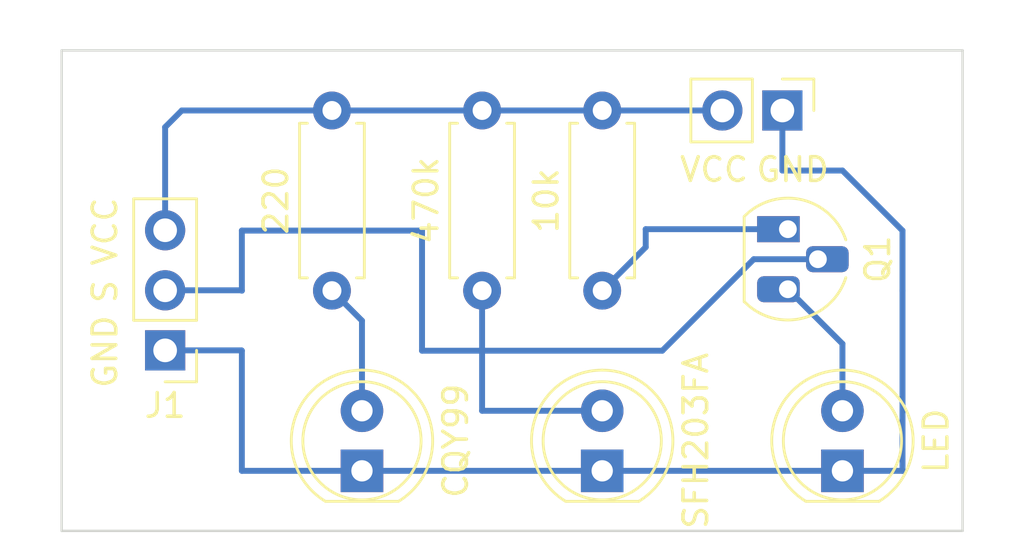
<source format=kicad_pcb>
(kicad_pcb (version 20211014) (generator pcbnew)
  (layers (0 "F.Cu" signal) (31 "B.Cu" signal) (34 "B.Paste" user) (35 "F.Paste" user) (36 "B.SilkS" user "B.Silkscreen") (37 "F.SilkS" user "F.Silkscreen") (38 "B.Mask" user) (39 "F.Mask" user) (44 "Edge.Cuts" user))
  (net 0 "")
  (net 1 "Net-(D1-Pad1)")
  (net 2 "Net-(D1-Pad2)")
  (net 3 "Net-(D2-Pad2)")
  (net 4 "Net-(J1-Pad3)")
  (net 5 "Net-(Q1-Pad1)")
  (net 6 "Net-(D3-Pad2)")
  (footprint "Resistor_THT:R_Axial_DIN0207_L6.3mm_D2.5mm_P7.62mm_Horizontal" (layer "F.Cu") (at 125.73 93.98 -90)
    (fp_text reference "R1" hide)
    (fp_text value "220" (at 3.81 2.37 -90) (layer "F.SilkS"))
    (fp_line (start 0.54 -1.37) (end 7.08 -1.37) (layer "F.SilkS") (width 0.12))
    (fp_line (start 0.54 -1.04) (end 0.54 -1.37) (layer "F.SilkS") (width 0.12))
    (fp_line (start 0.54 1.04) (end 0.54 1.37) (layer "F.SilkS") (width 0.12))
    (fp_line (start 0.54 1.37) (end 7.08 1.37) (layer "F.SilkS") (width 0.12))
    (fp_line (start 7.08 -1.37) (end 7.08 -1.04) (layer "F.SilkS") (width 0.12))
    (fp_line (start 7.08 1.37) (end 7.08 1.04) (layer "F.SilkS") (width 0.12))
    (pad "1" thru_hole circle (at 0 0 270) (size 1.6 1.6) (drill 0.8) (layers *.Cu *.Mask) (net 4 "Net-(J1-Pad3)"))
    (pad "2" thru_hole oval (at 7.62 0 270) (size 1.6 1.6) (drill 0.8) (layers *.Cu *.Mask) (net 2 "Net-(D1-Pad2)"))
  )
  (footprint "LED_THT:LED_D5.0mm_IRGrey" (layer "F.Cu") (at 127 109.22 90)
    (fp_text reference "D1" hide)
    (fp_text value "CQY99" (at 1.27 3.96 90) (layer "F.SilkS"))
    (fp_line (start -1.29 -1.545) (end -1.29 1.545) (layer "F.SilkS") (width 0.12))
    (fp_arc (start 4.26 -0.000462) (mid 2.072002 2.880433) (end -1.29 1.54483) (layer "F.SilkS") (width 0.12))
    (fp_arc (start -1.29 -1.54483) (mid 2.072002 -2.880433) (end 4.26 0.000462) (layer "F.SilkS") (width 0.12))
    (fp_circle (center 1.27 0) (end 3.77 0) (layer "F.SilkS") (width 0.12) (fill none))
    (pad "1" thru_hole rect (at 0 0 90) (size 1.8 1.8) (drill 0.9) (layers *.Cu *.Mask) (net 1 "Net-(D1-Pad1)"))
    (pad "2" thru_hole circle (at 2.54 0 90) (size 1.8 1.8) (drill 0.9) (layers *.Cu *.Mask) (net 2 "Net-(D1-Pad2)"))
  )
  (footprint "Connector_PinHeader_2.54mm:PinHeader_1x03_P2.54mm_Vertical" (layer "F.Cu") (at 118.675 104.125 180)
    (fp_text reference "J1" (at 0 -2.33 180) (layer "F.SilkS"))
    (fp_text value "Conn_01x03")
    (fp_line (start -1.33 0) (end -1.33 -1.33) (layer "F.SilkS") (width 0.12))
    (fp_line (start -1.33 6.41) (end 1.33 6.41) (layer "F.SilkS") (width 0.12))
    (fp_line (start 1.33 1.27) (end 1.33 6.41) (layer "F.SilkS") (width 0.12))
    (fp_line (start -1.33 1.27) (end -1.33 6.41) (layer "F.SilkS") (width 0.12))
    (fp_line (start -1.33 1.27) (end 1.33 1.27) (layer "F.SilkS") (width 0.12))
    (fp_line (start -1.33 -1.33) (end 0 -1.33) (layer "F.SilkS") (width 0.12))
    (pad "1" thru_hole rect (at 0 0 180) (size 1.7 1.7) (drill 1) (layers *.Cu *.Mask) (net 1 "Net-(D1-Pad1)"))
    (pad "2" thru_hole oval (at 0 2.54 180) (size 1.7 1.7) (drill 1) (layers *.Cu *.Mask) (net 3 "Net-(D2-Pad2)"))
    (pad "3" thru_hole oval (at 0 5.08 180) (size 1.7 1.7) (drill 1) (layers *.Cu *.Mask) (net 4 "Net-(J1-Pad3)"))
  )
  (footprint "Resistor_THT:R_Axial_DIN0207_L6.3mm_D2.5mm_P7.62mm_Horizontal" (layer "F.Cu") (at 132.08 93.98 -90)
    (fp_text reference "R2" hide)
    (fp_text value "470k" (at 3.81 2.37 -90) (layer "F.SilkS"))
    (fp_line (start 7.08 1.37) (end 7.08 1.04) (layer "F.SilkS") (width 0.12))
    (fp_line (start 7.08 -1.37) (end 7.08 -1.04) (layer "F.SilkS") (width 0.12))
    (fp_line (start 0.54 -1.37) (end 7.08 -1.37) (layer "F.SilkS") (width 0.12))
    (fp_line (start 0.54 1.37) (end 7.08 1.37) (layer "F.SilkS") (width 0.12))
    (fp_line (start 0.54 -1.04) (end 0.54 -1.37) (layer "F.SilkS") (width 0.12))
    (fp_line (start 0.54 1.04) (end 0.54 1.37) (layer "F.SilkS") (width 0.12))
    (pad "1" thru_hole circle (at 0 0 270) (size 1.6 1.6) (drill 0.8) (layers *.Cu *.Mask) (net 4 "Net-(J1-Pad3)"))
    (pad "2" thru_hole oval (at 7.62 0 270) (size 1.6 1.6) (drill 0.8) (layers *.Cu *.Mask) (net 3 "Net-(D2-Pad2)"))
  )
  (footprint "Connector_PinHeader_2.54mm:PinHeader_1x02_P2.54mm_Vertical" (layer "F.Cu") (at 144.78 93.98 -90)
    (fp_text reference "J2" hide)
    (fp_text value "Conn_01x02")
    (fp_line (start -1.33 1.27) (end -1.33 3.87) (layer "F.SilkS") (width 0.12))
    (fp_line (start -1.33 0) (end -1.33 -1.33) (layer "F.SilkS") (width 0.12))
    (fp_line (start 1.33 1.27) (end 1.33 3.87) (layer "F.SilkS") (width 0.12))
    (fp_line (start -1.33 -1.33) (end 0 -1.33) (layer "F.SilkS") (width 0.12))
    (fp_line (start -1.33 3.87) (end 1.33 3.87) (layer "F.SilkS") (width 0.12))
    (fp_line (start -1.33 1.27) (end 1.33 1.27) (layer "F.SilkS") (width 0.12))
    (pad "1" thru_hole rect (at 0 0 270) (size 1.7 1.7) (drill 1) (layers *.Cu *.Mask) (net 1 "Net-(D1-Pad1)"))
    (pad "2" thru_hole oval (at 0 2.54 270) (size 1.7 1.7) (drill 1) (layers *.Cu *.Mask) (net 4 "Net-(J1-Pad3)"))
  )
  (footprint "Package_TO_SOT_THT:TO-92L_HandSolder" (layer "F.Cu") (at 145.012528 99 -90)
    (fp_text reference "Q1" (at 1.27 -3.8 -90) (layer "F.SilkS"))
    (fp_text value "BC547")
    (fp_line (start -0.53 1.85) (end 3.07 1.85) (layer "F.SilkS") (width 0.12))
    (fp_arc (start -0.541453 1.842156) (mid -1.247298 -0.581475) (end 0.45 -2.45) (layer "F.SilkS") (width 0.12))
    (fp_arc (start 2.05 -2.45) (mid 3.769931 -0.601036) (end 3.078445 1.827684) (layer "F.SilkS") (width 0.12))
    (pad "1" thru_hole rect (at 0 0 270) (size 1.1 1.8) (drill 0.75 (offset 0 0.4)) (layers *.Cu *.Mask) (net 5 "Net-(Q1-Pad1)"))
    (pad "2" thru_hole roundrect (at 1.27 -1.27 270) (size 1.1 1.8) (drill 0.75 (offset 0 -0.4)) (layers *.Cu *.Mask) (net 3 "Net-(D2-Pad2)"))
    (pad "3" thru_hole roundrect (at 2.54 0 270) (size 1.1 1.8) (drill 0.75 (offset 0 0.4)) (layers *.Cu *.Mask) (net 6 "Net-(D3-Pad2)"))
  )
  (footprint "LED_THT:LED_D5.0mm_IRGrey" (layer "F.Cu") (at 137.16 109.22 90)
    (fp_text reference "D2" hide)
    (fp_text value "SFH203FA" (at 1.27 3.96 90) (layer "F.SilkS"))
    (fp_line (start -1.29 -1.545) (end -1.29 1.545) (layer "F.SilkS") (width 0.12))
    (fp_arc (start -1.29 -1.54483) (mid 2.072002 -2.880433) (end 4.26 0.000462) (layer "F.SilkS") (width 0.12))
    (fp_arc (start 4.26 -0.000462) (mid 2.072002 2.880433) (end -1.29 1.54483) (layer "F.SilkS") (width 0.12))
    (fp_circle (center 1.27 0) (end 3.77 0) (layer "F.SilkS") (width 0.12) (fill none))
    (pad "1" thru_hole rect (at 0 0 90) (size 1.8 1.8) (drill 0.9) (layers *.Cu *.Mask) (net 1 "Net-(D1-Pad1)"))
    (pad "2" thru_hole circle (at 2.54 0 90) (size 1.8 1.8) (drill 0.9) (layers *.Cu *.Mask) (net 3 "Net-(D2-Pad2)"))
  )
  (footprint "MountingHole:MountingHole_2.2mm_M2_DIN965" (layer "F.Cu") (at 149.86 93.98 180)
    (fp_text reference "H1" hide)
    (fp_text value "MountingHole")
    (pad "" np_thru_hole circle (at 0 0 180) (size 2.2 2.2) (drill 2.2) (layers *.Cu *.Mask))
  )
  (footprint "LED_THT:LED_D5.0mm" (layer "F.Cu") (at 147.32 109.22 90)
    (fp_text reference "D3" hide)
    (fp_text value "LED" (at 1.27 3.96 90) (layer "F.SilkS"))
    (fp_line (start -1.29 -1.545) (end -1.29 1.545) (layer "F.SilkS") (width 0.12))
    (fp_arc (start -1.29 -1.54483) (mid 2.072002 -2.880433) (end 4.26 0.000462) (layer "F.SilkS") (width 0.12))
    (fp_arc (start 4.26 -0.000462) (mid 2.072002 2.880433) (end -1.29 1.54483) (layer "F.SilkS") (width 0.12))
    (fp_circle (center 1.27 0) (end 3.77 0) (layer "F.SilkS") (width 0.12) (fill none))
    (pad "1" thru_hole rect (at 0 0 90) (size 1.8 1.8) (drill 0.9) (layers *.Cu *.Mask) (net 1 "Net-(D1-Pad1)"))
    (pad "2" thru_hole circle (at 2.54 0 90) (size 1.8 1.8) (drill 0.9) (layers *.Cu *.Mask) (net 6 "Net-(D3-Pad2)"))
  )
  (footprint "Resistor_THT:R_Axial_DIN0207_L6.3mm_D2.5mm_P7.62mm_Horizontal" (layer "F.Cu") (at 137.16 93.98 -90)
    (fp_text reference "R3" hide)
    (fp_text value "10k" (at 3.81 2.37 -90) (layer "F.SilkS"))
    (fp_line (start 0.54 1.37) (end 7.08 1.37) (layer "F.SilkS") (width 0.12))
    (fp_line (start 0.54 -1.37) (end 7.08 -1.37) (layer "F.SilkS") (width 0.12))
    (fp_line (start 0.54 -1.04) (end 0.54 -1.37) (layer "F.SilkS") (width 0.12))
    (fp_line (start 7.08 -1.37) (end 7.08 -1.04) (layer "F.SilkS") (width 0.12))
    (fp_line (start 7.08 1.37) (end 7.08 1.04) (layer "F.SilkS") (width 0.12))
    (fp_line (start 0.54 1.04) (end 0.54 1.37) (layer "F.SilkS") (width 0.12))
    (pad "1" thru_hole circle (at 0 0 270) (size 1.6 1.6) (drill 0.8) (layers *.Cu *.Mask) (net 4 "Net-(J1-Pad3)"))
    (pad "2" thru_hole oval (at 7.62 0 270) (size 1.6 1.6) (drill 0.8) (layers *.Cu *.Mask) (net 5 "Net-(Q1-Pad1)"))
  )
  (footprint "MountingHole:MountingHole_2.2mm_M2_DIN965" (layer "F.Cu") (at 116.84 109.22)
    (fp_text reference "H2" hide)
    (fp_text value "MountingHole")
    (pad "" np_thru_hole circle (at 0 0) (size 2.2 2.2) (drill 2.2) (layers *.Cu *.Mask))
  )
  (gr_line (start 152.4 111.76) (end 152.4 91.44) (layer "Edge.Cuts") (width 0.1))
  (gr_line (start 152.4 91.44) (end 114.3 91.44) (layer "Edge.Cuts") (width 0.1))
  (gr_line (start 114.3 91.44) (end 114.3 111.76) (layer "Edge.Cuts") (width 0.1))
  (gr_line (start 114.3 111.76) (end 152.4 111.76) (layer "Edge.Cuts") (width 0.1))
  (gr_text "S" (at 116.13113 101.638185 90) (layer "F.SilkS") (effects (font (size 1 1))))
  (gr_text "GND" (at 145.215103 96.480338) (layer "F.SilkS") (effects (font (size 1 1))))
  (gr_text "VCC" (at 141.887086 96.480338) (layer "F.SilkS") (effects (font (size 1 1))))
  (gr_text "VCC" (at 116.13113 99.098185 90) (layer "F.SilkS") (effects (font (size 1 1))))
  (gr_text "GND" (at 116.13113 104.178185 90) (layer "F.SilkS") (effects (font (size 1 1))))
  (segment (start 149.86 109.22) (end 147.32 109.22) (width 0.25) (layer "B.Cu") (net 1))
  (segment (start 147.32 109.22) (end 137.16 109.22) (width 0.25) (layer "B.Cu") (net 1))
  (segment (start 121.92 109.22) (end 127 109.22) (width 0.25) (layer "B.Cu") (net 1))
  (segment (start 121.905 104.125) (end 121.92 104.14) (width 0.25) (layer "B.Cu") (net 1))
  (segment (start 147.32 96.52) (end 149.86 99.06) (width 0.25) (layer "B.Cu") (net 1))
  (segment (start 121.92 104.14) (end 121.92 109.22) (width 0.25) (layer "B.Cu") (net 1))
  (segment (start 127 109.22) (end 137.16 109.22) (width 0.25) (layer "B.Cu") (net 1))
  (segment (start 144.78 96.52) (end 147.32 96.52) (width 0.25) (layer "B.Cu") (net 1))
  (segment (start 144.78 93.98) (end 144.78 96.52) (width 0.25) (layer "B.Cu") (net 1))
  (segment (start 118.675 104.125) (end 121.905 104.125) (width 0.25) (layer "B.Cu") (net 1))
  (segment (start 149.86 101.6) (end 149.86 109.22) (width 0.25) (layer "B.Cu") (net 1))
  (segment (start 149.86 99.06) (end 149.86 101.6) (width 0.25) (layer "B.Cu") (net 1))
  (segment (start 125.73 101.6) (end 127 102.87) (width 0.25) (layer "B.Cu") (net 2))
  (segment (start 127 102.87) (end 127 106.68) (width 0.25) (layer "B.Cu") (net 2))
  (segment (start 143.57 100.27) (end 146.282528 100.27) (width 0.25) (layer "B.Cu") (net 3))
  (segment (start 121.92 99.06) (end 129.54 99.06) (width 0.25) (layer "B.Cu") (net 3))
  (segment (start 129.54 99.06) (end 129.54 104.14) (width 0.25) (layer "B.Cu") (net 3))
  (segment (start 121.92 101.6) (end 121.92 99.06) (width 0.25) (layer "B.Cu") (net 3))
  (segment (start 132.08 101.6) (end 132.08 106.68) (width 0.25) (layer "B.Cu") (net 3))
  (segment (start 118.675 101.585) (end 121.905 101.585) (width 0.25) (layer "B.Cu") (net 3))
  (segment (start 121.905 101.585) (end 121.92 101.6) (width 0.25) (layer "B.Cu") (net 3))
  (segment (start 139.7 104.14) (end 143.57 100.27) (width 0.25) (layer "B.Cu") (net 3))
  (segment (start 129.54 104.14) (end 139.7 104.14) (width 0.25) (layer "B.Cu") (net 3))
  (segment (start 132.08 106.68) (end 137.16 106.68) (width 0.25) (layer "B.Cu") (net 3))
  (segment (start 132.08 93.98) (end 137.16 93.98) (width 0.25) (layer "B.Cu") (net 4))
  (segment (start 119.38 93.98) (end 125.73 93.98) (width 0.25) (layer "B.Cu") (net 4))
  (segment (start 118.675 94.685) (end 119.38 93.98) (width 0.25) (layer "B.Cu") (net 4))
  (segment (start 125.73 93.98) (end 132.08 93.98) (width 0.25) (layer "B.Cu") (net 4))
  (segment (start 142.24 93.98) (end 137.16 93.98) (width 0.25) (layer "B.Cu") (net 4))
  (segment (start 118.675 99.045) (end 118.675 94.685) (width 0.25) (layer "B.Cu") (net 4))
  (segment (start 139 99) (end 139 99.76) (width 0.25) (layer "B.Cu") (net 5))
  (segment (start 145.012528 99) (end 139 99) (width 0.25) (layer "B.Cu") (net 5))
  (segment (start 139 99.76) (end 137.16 101.6) (width 0.25) (layer "B.Cu") (net 5))
  (segment (start 145.012528 101.54) (end 147.32 103.847472) (width 0.25) (layer "B.Cu") (net 6))
  (segment (start 147.32 103.847472) (end 147.32 106.68) (width 0.25) (layer "B.Cu") (net 6))
)
</source>
